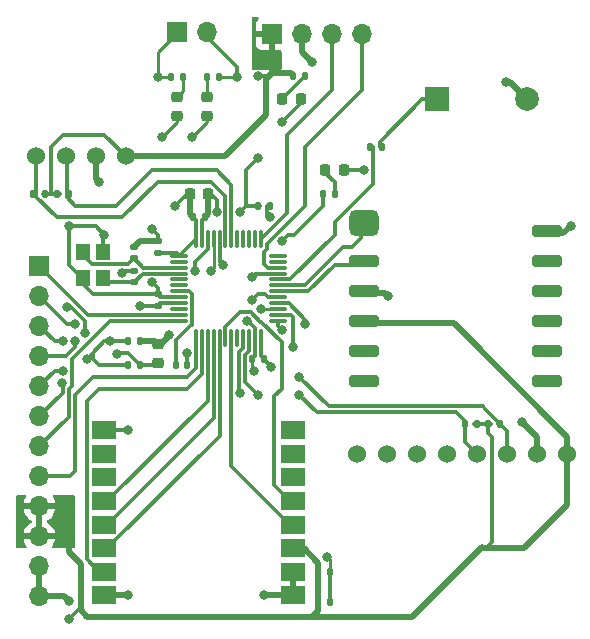
<source format=gbr>
%TF.GenerationSoftware,KiCad,Pcbnew,(6.0.6)*%
%TF.CreationDate,2023-12-09T00:08:52+03:00*%
%TF.ProjectId,MainAvionic-Kicad,4d61696e-4176-4696-9f6e-69632d4b6963,rev?*%
%TF.SameCoordinates,Original*%
%TF.FileFunction,Copper,L1,Top*%
%TF.FilePolarity,Positive*%
%FSLAX46Y46*%
G04 Gerber Fmt 4.6, Leading zero omitted, Abs format (unit mm)*
G04 Created by KiCad (PCBNEW (6.0.6)) date 2023-12-09 00:08:52*
%MOMM*%
%LPD*%
G01*
G04 APERTURE LIST*
G04 Aperture macros list*
%AMRoundRect*
0 Rectangle with rounded corners*
0 $1 Rounding radius*
0 $2 $3 $4 $5 $6 $7 $8 $9 X,Y pos of 4 corners*
0 Add a 4 corners polygon primitive as box body*
4,1,4,$2,$3,$4,$5,$6,$7,$8,$9,$2,$3,0*
0 Add four circle primitives for the rounded corners*
1,1,$1+$1,$2,$3*
1,1,$1+$1,$4,$5*
1,1,$1+$1,$6,$7*
1,1,$1+$1,$8,$9*
0 Add four rect primitives between the rounded corners*
20,1,$1+$1,$2,$3,$4,$5,0*
20,1,$1+$1,$4,$5,$6,$7,0*
20,1,$1+$1,$6,$7,$8,$9,0*
20,1,$1+$1,$8,$9,$2,$3,0*%
G04 Aperture macros list end*
%TA.AperFunction,SMDPad,CuDef*%
%ADD10RoundRect,0.140000X-0.140000X-0.170000X0.140000X-0.170000X0.140000X0.170000X-0.140000X0.170000X0*%
%TD*%
%TA.AperFunction,SMDPad,CuDef*%
%ADD11RoundRect,0.218750X0.256250X-0.218750X0.256250X0.218750X-0.256250X0.218750X-0.256250X-0.218750X0*%
%TD*%
%TA.AperFunction,SMDPad,CuDef*%
%ADD12RoundRect,0.218750X0.218750X0.256250X-0.218750X0.256250X-0.218750X-0.256250X0.218750X-0.256250X0*%
%TD*%
%TA.AperFunction,ComponentPad*%
%ADD13C,1.524000*%
%TD*%
%TA.AperFunction,SMDPad,CuDef*%
%ADD14RoundRect,0.140000X0.140000X0.170000X-0.140000X0.170000X-0.140000X-0.170000X0.140000X-0.170000X0*%
%TD*%
%TA.AperFunction,SMDPad,CuDef*%
%ADD15RoundRect,0.075000X-0.662500X-0.075000X0.662500X-0.075000X0.662500X0.075000X-0.662500X0.075000X0*%
%TD*%
%TA.AperFunction,SMDPad,CuDef*%
%ADD16RoundRect,0.075000X-0.075000X-0.662500X0.075000X-0.662500X0.075000X0.662500X-0.075000X0.662500X0*%
%TD*%
%TA.AperFunction,SMDPad,CuDef*%
%ADD17R,2.000000X1.500000*%
%TD*%
%TA.AperFunction,ComponentPad*%
%ADD18R,1.700000X1.700000*%
%TD*%
%TA.AperFunction,ComponentPad*%
%ADD19O,1.700000X1.700000*%
%TD*%
%TA.AperFunction,SMDPad,CuDef*%
%ADD20RoundRect,0.135000X0.135000X0.185000X-0.135000X0.185000X-0.135000X-0.185000X0.135000X-0.185000X0*%
%TD*%
%TA.AperFunction,SMDPad,CuDef*%
%ADD21RoundRect,0.140000X0.170000X-0.140000X0.170000X0.140000X-0.170000X0.140000X-0.170000X-0.140000X0*%
%TD*%
%TA.AperFunction,SMDPad,CuDef*%
%ADD22RoundRect,0.562500X-0.687500X0.562500X-0.687500X-0.562500X0.687500X-0.562500X0.687500X0.562500X0*%
%TD*%
%TA.AperFunction,SMDPad,CuDef*%
%ADD23RoundRect,0.250000X-1.000000X0.250000X-1.000000X-0.250000X1.000000X-0.250000X1.000000X0.250000X0*%
%TD*%
%TA.AperFunction,ComponentPad*%
%ADD24R,2.000000X2.000000*%
%TD*%
%TA.AperFunction,ComponentPad*%
%ADD25C,2.000000*%
%TD*%
%TA.AperFunction,SMDPad,CuDef*%
%ADD26RoundRect,0.135000X-0.135000X-0.185000X0.135000X-0.185000X0.135000X0.185000X-0.135000X0.185000X0*%
%TD*%
%TA.AperFunction,SMDPad,CuDef*%
%ADD27RoundRect,0.218750X-0.256250X0.218750X-0.256250X-0.218750X0.256250X-0.218750X0.256250X0.218750X0*%
%TD*%
%TA.AperFunction,SMDPad,CuDef*%
%ADD28R,1.200000X1.400000*%
%TD*%
%TA.AperFunction,SMDPad,CuDef*%
%ADD29RoundRect,0.225000X-0.225000X-0.250000X0.225000X-0.250000X0.225000X0.250000X-0.225000X0.250000X0*%
%TD*%
%TA.AperFunction,ViaPad*%
%ADD30C,0.800000*%
%TD*%
%TA.AperFunction,Conductor*%
%ADD31C,0.300000*%
%TD*%
%TA.AperFunction,Conductor*%
%ADD32C,0.500000*%
%TD*%
%TA.AperFunction,Conductor*%
%ADD33C,0.250000*%
%TD*%
G04 APERTURE END LIST*
D10*
%TO.P,C12,1*%
%TO.N,+3.3V*%
X102120000Y-110490000D03*
%TO.P,C12,2*%
%TO.N,GND*%
X103080000Y-110490000D03*
%TD*%
D11*
%TO.P,D6,1,K*%
%TO.N,GND*%
X92710000Y-71907500D03*
%TO.P,D6,2,A*%
%TO.N,Net-(D6-Pad2)*%
X92710000Y-70332500D03*
%TD*%
D12*
%TO.P,D3,1,K*%
%TO.N,GND*%
X104287500Y-76500000D03*
%TO.P,D3,2,A*%
%TO.N,Net-(D3-Pad2)*%
X102712500Y-76500000D03*
%TD*%
D13*
%TO.P,U5,1,VCC*%
%TO.N,+3.3V*%
X85810000Y-75310000D03*
%TO.P,U5,2,GND*%
%TO.N,GND*%
X83270000Y-75310000D03*
%TO.P,U5,3,SCL*%
%TO.N,I2C1-SCL*%
X80730000Y-75310000D03*
%TO.P,U5,4,SDA*%
%TO.N,I2C1-SDA*%
X78190000Y-75310000D03*
%TD*%
D14*
%TO.P,C9,1*%
%TO.N,+3.3V*%
X86980000Y-93000000D03*
%TO.P,C9,2*%
%TO.N,GND*%
X86020000Y-93000000D03*
%TD*%
D15*
%TO.P,U1,1,VDD*%
%TO.N,+3.3V*%
X90337500Y-83750000D03*
%TO.P,U1,2,PC13*%
%TO.N,unconnected-(U1-Pad2)*%
X90337500Y-84250000D03*
%TO.P,U1,3,PC14*%
%TO.N,OSC32_IN*%
X90337500Y-84750000D03*
%TO.P,U1,4,PC15*%
%TO.N,OSC32_OUT*%
X90337500Y-85250000D03*
%TO.P,U1,5,PF0*%
%TO.N,unconnected-(U1-Pad5)*%
X90337500Y-85750000D03*
%TO.P,U1,6,PF1*%
%TO.N,unconnected-(U1-Pad6)*%
X90337500Y-86250000D03*
%TO.P,U1,7,NRST*%
%TO.N,Net-(C11-Pad1)*%
X90337500Y-86750000D03*
%TO.P,U1,8,VSSA*%
%TO.N,GND*%
X90337500Y-87250000D03*
%TO.P,U1,9,VDDA*%
%TO.N,+3.3VA*%
X90337500Y-87750000D03*
%TO.P,U1,10,PA0*%
%TO.N,unconnected-(U1-Pad10)*%
X90337500Y-88250000D03*
%TO.P,U1,11,PA1*%
%TO.N,Optional-ADC*%
X90337500Y-88750000D03*
%TO.P,U1,12,PA2*%
%TO.N,USART2-TX*%
X90337500Y-89250000D03*
D16*
%TO.P,U1,13,PA3*%
%TO.N,USART2-RX*%
X91750000Y-90662500D03*
%TO.P,U1,14,PA4*%
%TO.N,Lora-NSS*%
X92250000Y-90662500D03*
%TO.P,U1,15,PA5*%
%TO.N,SPI1-SCK*%
X92750000Y-90662500D03*
%TO.P,U1,16,PA6*%
%TO.N,SPI1-MISO*%
X93250000Y-90662500D03*
%TO.P,U1,17,PA7*%
%TO.N,SPI1-MOSI*%
X93750000Y-90662500D03*
%TO.P,U1,18,PB0*%
%TO.N,Lora-DIO0*%
X94250000Y-90662500D03*
%TO.P,U1,19,PB1*%
%TO.N,Lora-RESET*%
X94750000Y-90662500D03*
%TO.P,U1,20,PB2*%
%TO.N,unconnected-(U1-Pad20)*%
X95250000Y-90662500D03*
%TO.P,U1,21,PB10*%
%TO.N,I2C2-SCL*%
X95750000Y-90662500D03*
%TO.P,U1,22,PB11*%
%TO.N,I2C2-SDA*%
X96250000Y-90662500D03*
%TO.P,U1,23,VSS*%
%TO.N,GND*%
X96750000Y-90662500D03*
%TO.P,U1,24,VDD*%
%TO.N,+3.3V*%
X97250000Y-90662500D03*
D15*
%TO.P,U1,25,PB12*%
%TO.N,FIRSTSEP-CON*%
X98662500Y-89250000D03*
%TO.P,U1,26,PB13*%
%TO.N,SECSEP-CON*%
X98662500Y-88750000D03*
%TO.P,U1,27,PB14*%
%TO.N,Optional-LED*%
X98662500Y-88250000D03*
%TO.P,U1,28,PB15*%
%TO.N,Optional-OUT2*%
X98662500Y-87750000D03*
%TO.P,U1,29,PA8*%
%TO.N,Optional-PWM*%
X98662500Y-87250000D03*
%TO.P,U1,30,PA9*%
%TO.N,USART1-TX*%
X98662500Y-86750000D03*
%TO.P,U1,31,PA10*%
%TO.N,USART1-RX*%
X98662500Y-86250000D03*
%TO.P,U1,32,PA11*%
%TO.N,BUZ*%
X98662500Y-85750000D03*
%TO.P,U1,33,PA12*%
%TO.N,Optional-EXTI*%
X98662500Y-85250000D03*
%TO.P,U1,34,PA13*%
%TO.N,SWDIO*%
X98662500Y-84750000D03*
%TO.P,U1,35,PF6*%
%TO.N,unconnected-(U1-Pad35)*%
X98662500Y-84250000D03*
%TO.P,U1,36,PF7*%
%TO.N,unconnected-(U1-Pad36)*%
X98662500Y-83750000D03*
D16*
%TO.P,U1,37,PA14*%
%TO.N,SWCLK*%
X97250000Y-82337500D03*
%TO.P,U1,38,PA15*%
%TO.N,unconnected-(U1-Pad38)*%
X96750000Y-82337500D03*
%TO.P,U1,39,PB3*%
%TO.N,unconnected-(U1-Pad39)*%
X96250000Y-82337500D03*
%TO.P,U1,40,PB4*%
%TO.N,unconnected-(U1-Pad40)*%
X95750000Y-82337500D03*
%TO.P,U1,41,PB5*%
%TO.N,unconnected-(U1-Pad41)*%
X95250000Y-82337500D03*
%TO.P,U1,42,PB6*%
%TO.N,I2C1-SCL*%
X94750000Y-82337500D03*
%TO.P,U1,43,PB7*%
%TO.N,I2C1-SDA*%
X94250000Y-82337500D03*
%TO.P,U1,44,BOOT0*%
%TO.N,Net-(R4-Pad2)*%
X93750000Y-82337500D03*
%TO.P,U1,45,PB8*%
%TO.N,Optional-IN*%
X93250000Y-82337500D03*
%TO.P,U1,46,PB9*%
%TO.N,Optional-OUT1*%
X92750000Y-82337500D03*
%TO.P,U1,47,VSS*%
%TO.N,GND*%
X92250000Y-82337500D03*
%TO.P,U1,48,VDD*%
%TO.N,+3.3V*%
X91750000Y-82337500D03*
%TD*%
D17*
%TO.P,U2,1,GND*%
%TO.N,GND*%
X100000000Y-112500000D03*
%TO.P,U2,2,GND*%
X100000000Y-110500000D03*
%TO.P,U2,3,VDD*%
%TO.N,+3.3V*%
X100000000Y-108500000D03*
%TO.P,U2,4,~{RESET}*%
%TO.N,Lora-RESET*%
X100000000Y-106500000D03*
%TO.P,U2,5,DIO0*%
%TO.N,Lora-DIO0*%
X100000000Y-104500000D03*
%TO.P,U2,6,DIO1*%
%TO.N,unconnected-(U2-Pad6)*%
X100000000Y-102500000D03*
%TO.P,U2,7,DIO2*%
%TO.N,unconnected-(U2-Pad7)*%
X100000000Y-100500000D03*
%TO.P,U2,8,DIO3*%
%TO.N,unconnected-(U2-Pad8)*%
X100000000Y-98500000D03*
%TO.P,U2,9,GND*%
%TO.N,GND*%
X84000000Y-98500000D03*
%TO.P,U2,10,DIO4*%
%TO.N,unconnected-(U2-Pad10)*%
X84000000Y-100500000D03*
%TO.P,U2,11,DIO5*%
%TO.N,unconnected-(U2-Pad11)*%
X84000000Y-102500000D03*
%TO.P,U2,12,SCK*%
%TO.N,SPI1-SCK*%
X84000000Y-104500000D03*
%TO.P,U2,13,MISO*%
%TO.N,SPI1-MISO*%
X84000000Y-106500000D03*
%TO.P,U2,14,MOSI*%
%TO.N,SPI1-MOSI*%
X84000000Y-108500000D03*
%TO.P,U2,15,~{NSS}*%
%TO.N,Lora-NSS*%
X84000000Y-110500000D03*
%TO.P,U2,16,GND*%
%TO.N,GND*%
X84000000Y-112500000D03*
%TD*%
D18*
%TO.P,J1,1,Pin_1*%
%TO.N,+3.3V*%
X98200000Y-64975000D03*
D19*
%TO.P,J1,2,Pin_2*%
%TO.N,GND*%
X100740000Y-64975000D03*
%TO.P,J1,3,Pin_3*%
%TO.N,SWCLK*%
X103280000Y-64975000D03*
%TO.P,J1,4,Pin_4*%
%TO.N,SWDIO*%
X105820000Y-64975000D03*
%TD*%
D20*
%TO.P,R5,1*%
%TO.N,Net-(D5-Pad2)*%
X90680000Y-68580000D03*
%TO.P,R5,2*%
%TO.N,FIRSTSEP-CON*%
X89660000Y-68580000D03*
%TD*%
D21*
%TO.P,C2,1*%
%TO.N,OSC32_IN*%
X86500000Y-83960000D03*
%TO.P,C2,2*%
%TO.N,GND*%
X86500000Y-83000000D03*
%TD*%
%TO.P,C7,1*%
%TO.N,+3.3V*%
X88500000Y-83480000D03*
%TO.P,C7,2*%
%TO.N,GND*%
X88500000Y-82520000D03*
%TD*%
D14*
%TO.P,C6,1*%
%TO.N,+3.3VA*%
X86980000Y-91000000D03*
%TO.P,C6,2*%
%TO.N,GND*%
X86020000Y-91000000D03*
%TD*%
D22*
%TO.P,U3,1,RX1*%
%TO.N,USART1-RX*%
X106000000Y-81000000D03*
D23*
%TO.P,U3,2,TX1*%
%TO.N,USART1-TX*%
X106000000Y-84215000D03*
%TO.P,U3,3,GND*%
%TO.N,GND*%
X106000000Y-86755000D03*
%TO.P,U3,4,VCC*%
%TO.N,+3.3V*%
X106000000Y-89295000D03*
%TO.P,U3,5,V_BCKP*%
%TO.N,unconnected-(U3-Pad5)*%
X106000000Y-91835000D03*
%TO.P,U3,6,1PPS*%
%TO.N,unconnected-(U3-Pad6)*%
X106000000Y-94375000D03*
%TO.P,U3,7,FORCE_ON*%
%TO.N,unconnected-(U3-Pad7)*%
X121500000Y-94375000D03*
%TO.P,U3,8,AADET_N*%
%TO.N,unconnected-(U3-Pad8)*%
X121500000Y-91835000D03*
%TO.P,U3,9,NC*%
%TO.N,unconnected-(U3-Pad9)*%
X121500000Y-89295000D03*
%TO.P,U3,10,RESET*%
%TO.N,unconnected-(U3-Pad10)*%
X121500000Y-86755000D03*
%TO.P,U3,11,EX_ANT*%
%TO.N,unconnected-(U3-Pad11)*%
X121500000Y-84215000D03*
%TO.P,U3,12,GND*%
%TO.N,GND*%
X121500000Y-81675000D03*
%TD*%
D20*
%TO.P,R7,1*%
%TO.N,I2C1-SCL*%
X81010000Y-78500000D03*
%TO.P,R7,2*%
%TO.N,+3.3V*%
X79990000Y-78500000D03*
%TD*%
D10*
%TO.P,C4,1*%
%TO.N,+3.3V*%
X102120000Y-113030000D03*
%TO.P,C4,2*%
%TO.N,GND*%
X103080000Y-113030000D03*
%TD*%
D24*
%TO.P,BZ1,1,-*%
%TO.N,Net-(BZ1-Pad1)*%
X112200000Y-70500000D03*
D25*
%TO.P,BZ1,2,+*%
%TO.N,GND*%
X119800000Y-70500000D03*
%TD*%
D18*
%TO.P,J4,1,Pin_1*%
%TO.N,FIRSTSEP-CON*%
X90170000Y-64770000D03*
D19*
%TO.P,J4,2,Pin_2*%
%TO.N,SECSEP-CON*%
X92710000Y-64770000D03*
%TD*%
D26*
%TO.P,R2,1*%
%TO.N,+3.3V*%
X99990000Y-68500000D03*
%TO.P,R2,2*%
%TO.N,Net-(D2-Pad2)*%
X101010000Y-68500000D03*
%TD*%
D10*
%TO.P,C8,1*%
%TO.N,+3.3V*%
X91540000Y-80500000D03*
%TO.P,C8,2*%
%TO.N,GND*%
X92500000Y-80500000D03*
%TD*%
D11*
%TO.P,D5,1,K*%
%TO.N,GND*%
X90170000Y-71907500D03*
%TO.P,D5,2,A*%
%TO.N,Net-(D5-Pad2)*%
X90170000Y-70332500D03*
%TD*%
D12*
%TO.P,D2,1,K*%
%TO.N,GND*%
X100635000Y-70500000D03*
%TO.P,D2,2,A*%
%TO.N,Net-(D2-Pad2)*%
X99060000Y-70500000D03*
%TD*%
D20*
%TO.P,R10,1*%
%TO.N,Net-(D3-Pad2)*%
X103520000Y-78500000D03*
%TO.P,R10,2*%
%TO.N,Optional-LED*%
X102500000Y-78500000D03*
%TD*%
D26*
%TO.P,R9,1*%
%TO.N,I2C2-SDA*%
X114490000Y-98000000D03*
%TO.P,R9,2*%
%TO.N,+3.3V*%
X115510000Y-98000000D03*
%TD*%
%TO.P,R4,1*%
%TO.N,GND*%
X96990000Y-79500000D03*
%TO.P,R4,2*%
%TO.N,Net-(R4-Pad2)*%
X98010000Y-79500000D03*
%TD*%
D27*
%TO.P,FB1,1*%
%TO.N,+3.3VA*%
X88500000Y-91212500D03*
%TO.P,FB1,2*%
%TO.N,+3.3V*%
X88500000Y-92787500D03*
%TD*%
D20*
%TO.P,R8,1*%
%TO.N,I2C2-SCL*%
X117510000Y-98000000D03*
%TO.P,R8,2*%
%TO.N,+3.3V*%
X116490000Y-98000000D03*
%TD*%
D21*
%TO.P,C5,1*%
%TO.N,OSC32_OUT*%
X86500000Y-85980000D03*
%TO.P,C5,2*%
%TO.N,GND*%
X86500000Y-85020000D03*
%TD*%
D18*
%TO.P,J2,1,Pin_1*%
%TO.N,Optional-ADC*%
X78500000Y-84640000D03*
D19*
%TO.P,J2,2,Pin_2*%
%TO.N,Optional-EXTI*%
X78500000Y-87180000D03*
%TO.P,J2,3,Pin_3*%
%TO.N,Optional-IN*%
X78500000Y-89720000D03*
%TO.P,J2,4,Pin_4*%
%TO.N,Optional-OUT1*%
X78500000Y-92260000D03*
%TO.P,J2,5,Pin_5*%
%TO.N,Optional-PWM*%
X78500000Y-94800000D03*
%TO.P,J2,6,Pin_6*%
%TO.N,Optional-OUT2*%
X78500000Y-97340000D03*
%TO.P,J2,7,Pin_7*%
%TO.N,USART2-TX*%
X78500000Y-99880000D03*
%TO.P,J2,8,Pin_8*%
%TO.N,USART2-RX*%
X78500000Y-102420000D03*
%TO.P,J2,9,Pin_9*%
%TO.N,+3.3V*%
X78500000Y-104960000D03*
%TO.P,J2,10,Pin_10*%
X78500000Y-107500000D03*
%TO.P,J2,11,Pin_11*%
%TO.N,GND*%
X78500000Y-110040000D03*
%TO.P,J2,12,Pin_12*%
X78500000Y-112580000D03*
%TD*%
D28*
%TO.P,Y1,1,1*%
%TO.N,OSC32_IN*%
X82150000Y-83400000D03*
%TO.P,Y1,2,2*%
%TO.N,GND*%
X82150000Y-85600000D03*
%TO.P,Y1,3,3*%
%TO.N,OSC32_OUT*%
X83850000Y-85600000D03*
%TO.P,Y1,4,4*%
%TO.N,GND*%
X83850000Y-83400000D03*
%TD*%
D10*
%TO.P,C11,1*%
%TO.N,Net-(C11-Pad1)*%
X90020000Y-93000000D03*
%TO.P,C11,2*%
%TO.N,GND*%
X90980000Y-93000000D03*
%TD*%
D29*
%TO.P,C1,1*%
%TO.N,+3.3V*%
X91225000Y-78500000D03*
%TO.P,C1,2*%
%TO.N,GND*%
X92775000Y-78500000D03*
%TD*%
D26*
%TO.P,R3,1*%
%TO.N,I2C1-SDA*%
X77990000Y-78500000D03*
%TO.P,R3,2*%
%TO.N,+3.3V*%
X79010000Y-78500000D03*
%TD*%
D13*
%TO.P,U4,1,VCC*%
%TO.N,+3.3V*%
X123190000Y-100560000D03*
%TO.P,U4,2,GND*%
%TO.N,GND*%
X120650000Y-100560000D03*
%TO.P,U4,3,SCL*%
%TO.N,I2C2-SCL*%
X118110000Y-100560000D03*
%TO.P,U4,4,SDA*%
%TO.N,I2C2-SDA*%
X115570000Y-100560000D03*
%TO.P,U4,5,ADX*%
%TO.N,unconnected-(U4-Pad5)*%
X113030000Y-100560000D03*
%TO.P,U4,6,XCL*%
%TO.N,unconnected-(U4-Pad6)*%
X110490000Y-100560000D03*
%TO.P,U4,7,INT*%
%TO.N,unconnected-(U4-Pad7)*%
X107950000Y-100560000D03*
%TO.P,U4,8*%
%TO.N,N/C*%
X105410000Y-100560000D03*
%TD*%
D26*
%TO.P,R11,1*%
%TO.N,BUZ*%
X106490000Y-74500000D03*
%TO.P,R11,2*%
%TO.N,Net-(BZ1-Pad1)*%
X107510000Y-74500000D03*
%TD*%
%TO.P,R6,1*%
%TO.N,Net-(D6-Pad2)*%
X92710000Y-68580000D03*
%TO.P,R6,2*%
%TO.N,SECSEP-CON*%
X93730000Y-68580000D03*
%TD*%
D14*
%TO.P,C10,1*%
%TO.N,+3.3V*%
X97480000Y-92500000D03*
%TO.P,C10,2*%
%TO.N,GND*%
X96520000Y-92500000D03*
%TD*%
D21*
%TO.P,C3,1*%
%TO.N,+3.3VA*%
X88500000Y-87980000D03*
%TO.P,C3,2*%
%TO.N,GND*%
X88500000Y-87020000D03*
%TD*%
D30*
%TO.N,+3.3VA*%
X89429260Y-90444763D03*
X87000000Y-88000000D03*
%TO.N,Optional-EXTI*%
X96500000Y-85500000D03*
X81500000Y-89500000D03*
%TO.N,Optional-IN*%
X93000000Y-85000000D03*
X80500000Y-91000000D03*
%TO.N,Optional-OUT1*%
X81500000Y-91000000D03*
X91661432Y-85042868D03*
%TO.N,Optional-PWM*%
X96500000Y-87500000D03*
X80500000Y-93500000D03*
%TO.N,Optional-OUT2*%
X101000000Y-89500000D03*
X80443538Y-94497904D03*
%TO.N,FIRSTSEP-CON*%
X99000000Y-90000000D03*
X88500000Y-68580000D03*
%TO.N,SECSEP-CON*%
X95250000Y-68580000D03*
X100000000Y-91500000D03*
%TO.N,Net-(R4-Pad2)*%
X98000000Y-80500000D03*
X94000000Y-84500000D03*
%TO.N,I2C2-SCL*%
X100500000Y-94000000D03*
X95499500Y-95390000D03*
%TO.N,I2C2-SDA*%
X97000000Y-95500000D03*
X100500000Y-95500000D03*
%TO.N,Optional-LED*%
X99029977Y-82529977D03*
X97250000Y-88250000D03*
%TO.N,GND*%
X95500000Y-80000000D03*
X96639500Y-93500000D03*
X90970023Y-91970023D03*
X93500000Y-80000000D03*
X102870000Y-109220000D03*
X97000000Y-75500000D03*
X80839715Y-88039669D03*
X97500000Y-112500000D03*
X108000000Y-87190000D03*
X118000000Y-69000000D03*
X101600000Y-67310000D03*
X81000000Y-81249500D03*
X85500000Y-85199500D03*
X82323576Y-90323576D03*
X91440000Y-73660000D03*
X99060000Y-72390000D03*
X96085187Y-89249000D03*
X88000000Y-86000000D03*
X86000000Y-112500000D03*
X84000000Y-82000000D03*
X81000000Y-113000000D03*
X119380000Y-97790000D03*
X88000000Y-81500000D03*
X88900000Y-73660000D03*
X84500000Y-91000000D03*
X86000000Y-98500000D03*
X123500000Y-81190000D03*
X82500000Y-92500000D03*
X83500000Y-77500000D03*
X105950500Y-76500000D03*
%TO.N,+3.3V*%
X85029977Y-92029977D03*
X90000000Y-79500000D03*
X97000000Y-68500000D03*
X81000000Y-106000000D03*
X98121174Y-93121174D03*
X81000000Y-114500000D03*
%TD*%
D31*
%TO.N,Net-(BZ1-Pad1)*%
X110900000Y-70500000D02*
X107300000Y-74100000D01*
X107300000Y-74100000D02*
X107300000Y-74500000D01*
X112200000Y-70500000D02*
X110900000Y-70500000D01*
%TO.N,OSC32_IN*%
X82950000Y-84450000D02*
X86010000Y-84450000D01*
X86500000Y-83960000D02*
X87290000Y-84750000D01*
X87290000Y-84750000D02*
X90337500Y-84750000D01*
X82150000Y-83400000D02*
X82150000Y-83650000D01*
X86010000Y-84450000D02*
X86500000Y-83960000D01*
X82150000Y-83650000D02*
X82950000Y-84450000D01*
D32*
%TO.N,+3.3VA*%
X88500000Y-91212500D02*
X88787500Y-91212500D01*
X88787500Y-91212500D02*
X89500000Y-90500000D01*
D31*
X88730000Y-87750000D02*
X90337500Y-87750000D01*
X87000000Y-88000000D02*
X88480000Y-88000000D01*
D32*
X89444763Y-90444763D02*
X89429260Y-90444763D01*
D31*
X88500000Y-87980000D02*
X88730000Y-87750000D01*
X88480000Y-88000000D02*
X88500000Y-87980000D01*
D32*
X89500000Y-90500000D02*
X89444763Y-90444763D01*
X88287500Y-91000000D02*
X88500000Y-91212500D01*
X86980000Y-91000000D02*
X88287500Y-91000000D01*
D31*
%TO.N,Net-(C11-Pad1)*%
X91425000Y-89575000D02*
X91425000Y-89075000D01*
X91351042Y-89575000D02*
X91425000Y-89575000D01*
X91425000Y-86998959D02*
X91176041Y-86750000D01*
X90020000Y-93000000D02*
X90020000Y-90906042D01*
X91176041Y-86750000D02*
X90337500Y-86750000D01*
X91425000Y-89075000D02*
X91425000Y-86998959D01*
X90020000Y-90906042D02*
X91351042Y-89575000D01*
X91425000Y-89501041D02*
X91425000Y-89075000D01*
%TO.N,Net-(D2-Pad2)*%
X101010000Y-68500000D02*
X101010000Y-68550000D01*
X101010000Y-68550000D02*
X99060000Y-70500000D01*
%TO.N,Net-(D3-Pad2)*%
X103520000Y-77520000D02*
X102712500Y-76712500D01*
X103520000Y-77520000D02*
X103520000Y-78500000D01*
X102712500Y-76500000D02*
X102700000Y-76512500D01*
X102712500Y-76712500D02*
X102712500Y-76500000D01*
D33*
%TO.N,Net-(D5-Pad2)*%
X90680000Y-68580000D02*
X90680000Y-69822500D01*
X90680000Y-69822500D02*
X90170000Y-70332500D01*
%TO.N,Net-(D6-Pad2)*%
X92710000Y-68580000D02*
X92710000Y-70332500D01*
D31*
%TO.N,SWDIO*%
X97823959Y-84750000D02*
X97500000Y-84426041D01*
X105820000Y-69680000D02*
X105820000Y-64975000D01*
X101000000Y-74500000D02*
X105820000Y-69680000D01*
X98662500Y-84750000D02*
X97823959Y-84750000D01*
X97750000Y-82750000D02*
X101000000Y-79500000D01*
X101000000Y-79500000D02*
X101000000Y-74500000D01*
X97500000Y-83425000D02*
X97501041Y-83425000D01*
X97750000Y-83176041D02*
X97750000Y-82750000D01*
X97501041Y-83425000D02*
X97750000Y-83176041D01*
X97500000Y-84426041D02*
X97500000Y-83425000D01*
%TO.N,SWCLK*%
X103280000Y-69720000D02*
X99500000Y-73500000D01*
X99500000Y-73500000D02*
X99500000Y-80087500D01*
X99500000Y-80087500D02*
X97250000Y-82337500D01*
X103280000Y-64975000D02*
X103280000Y-69720000D01*
%TO.N,Optional-ADC*%
X82610000Y-88750000D02*
X90337500Y-88750000D01*
X78500000Y-84640000D02*
X82610000Y-88750000D01*
%TO.N,Optional-EXTI*%
X96750000Y-85250000D02*
X98662500Y-85250000D01*
X78500000Y-87180000D02*
X80820000Y-89500000D01*
X80820000Y-89500000D02*
X81500000Y-89500000D01*
X96500000Y-85500000D02*
X96750000Y-85250000D01*
D33*
%TO.N,Optional-IN*%
X93250000Y-84750000D02*
X93000000Y-85000000D01*
D31*
X78500000Y-89720000D02*
X79780000Y-91000000D01*
X79780000Y-91000000D02*
X80500000Y-91000000D01*
D33*
X93250000Y-82337500D02*
X93250000Y-84750000D01*
D31*
%TO.N,Optional-OUT1*%
X78500000Y-92260000D02*
X80740000Y-92260000D01*
X92750000Y-83189339D02*
X92750000Y-82337500D01*
X80740000Y-92260000D02*
X81500000Y-91500000D01*
X81500000Y-91500000D02*
X81500000Y-91000000D01*
X91661432Y-84277907D02*
X92750000Y-83189339D01*
X91661432Y-85042868D02*
X91661432Y-84277907D01*
%TO.N,Optional-PWM*%
X78500000Y-94800000D02*
X79800000Y-93500000D01*
X97573959Y-87000000D02*
X97823959Y-87250000D01*
X79800000Y-93500000D02*
X80500000Y-93500000D01*
X97000000Y-87000000D02*
X97573959Y-87000000D01*
X96500000Y-87500000D02*
X97000000Y-87000000D01*
X97823959Y-87250000D02*
X98662500Y-87250000D01*
%TO.N,Optional-OUT2*%
X80500000Y-94500000D02*
X80445634Y-94500000D01*
X101000000Y-89500000D02*
X101000000Y-89150000D01*
X80500000Y-95340000D02*
X80500000Y-94500000D01*
X101000000Y-89150000D02*
X99600000Y-87750000D01*
X80445634Y-94500000D02*
X80443538Y-94497904D01*
X78500000Y-97340000D02*
X80500000Y-95340000D01*
X99600000Y-87750000D02*
X98662500Y-87750000D01*
%TO.N,USART2-TX*%
X81000000Y-97380000D02*
X81000000Y-95002103D01*
X78500000Y-99880000D02*
X81000000Y-97380000D01*
X81250000Y-92457106D02*
X84457106Y-89250000D01*
X84457106Y-89250000D02*
X90337500Y-89250000D01*
X81000000Y-95002103D02*
X81250000Y-94752103D01*
X81250000Y-94752103D02*
X81250000Y-92457106D01*
%TO.N,USART2-RX*%
X83000000Y-94000000D02*
X91000000Y-94000000D01*
X81500000Y-102000000D02*
X81500000Y-95500000D01*
X91750000Y-93250000D02*
X91750000Y-90662500D01*
X81080000Y-102420000D02*
X81500000Y-102000000D01*
X91000000Y-94000000D02*
X91750000Y-93250000D01*
X81500000Y-95500000D02*
X83000000Y-94000000D01*
X78500000Y-102420000D02*
X81080000Y-102420000D01*
D33*
%TO.N,FIRSTSEP-CON*%
X90000000Y-65025000D02*
X88500000Y-66525000D01*
D31*
X98662500Y-89662500D02*
X99000000Y-90000000D01*
X98662500Y-89250000D02*
X98662500Y-89662500D01*
D33*
X88500000Y-68580000D02*
X89660000Y-68580000D01*
X88500000Y-66525000D02*
X88500000Y-68580000D01*
D31*
%TO.N,SECSEP-CON*%
X99810661Y-88750000D02*
X100000000Y-88939339D01*
X95250000Y-68580000D02*
X95250000Y-67735000D01*
X100000000Y-88939339D02*
X100000000Y-91500000D01*
D33*
X95250000Y-68580000D02*
X93730000Y-68580000D01*
D31*
X98662500Y-88750000D02*
X99810661Y-88750000D01*
X95250000Y-67735000D02*
X92540000Y-65025000D01*
%TO.N,I2C1-SDA*%
X88500000Y-77500000D02*
X85500000Y-80500000D01*
X78190000Y-78490000D02*
X78200000Y-78500000D01*
X78190000Y-75310000D02*
X78190000Y-78310000D01*
X94250000Y-82337500D02*
X94250000Y-78686827D01*
X79948959Y-80500000D02*
X78190000Y-78741041D01*
X78190000Y-78741041D02*
X78190000Y-78310000D01*
X93063173Y-77500000D02*
X88500000Y-77500000D01*
X85500000Y-80500000D02*
X79948959Y-80500000D01*
X78190000Y-78310000D02*
X78190000Y-78490000D01*
X94250000Y-78686827D02*
X93063173Y-77500000D01*
%TO.N,Net-(R4-Pad2)*%
X98000000Y-80500000D02*
X97800000Y-80300000D01*
X93750000Y-84250000D02*
X94000000Y-84500000D01*
X97800000Y-80300000D02*
X97800000Y-79500000D01*
X93750000Y-82337500D02*
X93750000Y-84250000D01*
%TO.N,I2C1-SCL*%
X80800000Y-75380000D02*
X80730000Y-75310000D01*
X94750000Y-77750000D02*
X93500000Y-76500000D01*
X85000000Y-79500000D02*
X81548959Y-79500000D01*
X88000000Y-76500000D02*
X85000000Y-79500000D01*
X81548959Y-79500000D02*
X80800000Y-78751041D01*
X93500000Y-76500000D02*
X88000000Y-76500000D01*
X94750000Y-82337500D02*
X94750000Y-77750000D01*
X80800000Y-78751041D02*
X80800000Y-75380000D01*
%TO.N,I2C2-SCL*%
X95390000Y-91919929D02*
X95390000Y-95390000D01*
X95390000Y-95390000D02*
X95499500Y-95499500D01*
X118110000Y-98600000D02*
X118110000Y-100560000D01*
X117310000Y-98010000D02*
X117300000Y-98000000D01*
X103000000Y-96500000D02*
X116051041Y-96500000D01*
D33*
X116051041Y-96535356D02*
X117310000Y-97794315D01*
D31*
X95750000Y-90662500D02*
X95750000Y-91559929D01*
X95499500Y-95499500D02*
X95499500Y-95390000D01*
X100500000Y-94000000D02*
X103000000Y-96500000D01*
X95750000Y-91559929D02*
X95390000Y-91919929D01*
X117510000Y-98000000D02*
X118110000Y-98600000D01*
D33*
X116051041Y-96500000D02*
X116051041Y-96535356D01*
D31*
%TO.N,I2C2-SDA*%
X114490000Y-98000000D02*
X114490000Y-99480000D01*
X114490000Y-99480000D02*
X115570000Y-100560000D01*
X114490000Y-97740000D02*
X113750000Y-97000000D01*
X100500000Y-95500000D02*
X102000000Y-97000000D01*
X114490000Y-98000000D02*
X114490000Y-97740000D01*
X95890000Y-92127035D02*
X95890000Y-94390000D01*
X95890000Y-94390000D02*
X97000000Y-95500000D01*
X96250000Y-91767035D02*
X95890000Y-92127035D01*
X96250000Y-90662500D02*
X96250000Y-91767035D01*
X102000000Y-97000000D02*
X113750000Y-97000000D01*
D33*
%TO.N,Optional-LED*%
X97250000Y-88250000D02*
X98662500Y-88250000D01*
D31*
X99559954Y-82000000D02*
X100051041Y-82000000D01*
X102500000Y-79551041D02*
X100051041Y-82000000D01*
X102500000Y-78500000D02*
X102500000Y-79551041D01*
X99029977Y-82529977D02*
X99559954Y-82000000D01*
%TO.N,OSC32_OUT*%
X86500000Y-85980000D02*
X86542965Y-85980000D01*
X86542965Y-85980000D02*
X87272965Y-85250000D01*
X84230000Y-85980000D02*
X86500000Y-85980000D01*
X83850000Y-85600000D02*
X84230000Y-85980000D01*
X87272965Y-85250000D02*
X90337500Y-85250000D01*
%TO.N,Lora-NSS*%
X92250000Y-93750000D02*
X92250000Y-90662500D01*
X83550000Y-110500000D02*
X82500000Y-109450000D01*
X82500000Y-96000000D02*
X83500000Y-95000000D01*
X91000000Y-95000000D02*
X92250000Y-93750000D01*
X84000000Y-110500000D02*
X83550000Y-110500000D01*
X82500000Y-109450000D02*
X82500000Y-96000000D01*
X83500000Y-95000000D02*
X91000000Y-95000000D01*
%TO.N,SPI1-SCK*%
X92750000Y-96000000D02*
X92750000Y-90662500D01*
X84250000Y-104500000D02*
X92750000Y-96000000D01*
X84000000Y-104500000D02*
X84250000Y-104500000D01*
%TO.N,SPI1-MISO*%
X84000000Y-106500000D02*
X84250000Y-106500000D01*
X84250000Y-106500000D02*
X93250000Y-97500000D01*
X93250000Y-97500000D02*
X93250000Y-90662500D01*
%TO.N,SPI1-MOSI*%
X93750000Y-99000000D02*
X93750000Y-90662500D01*
X84250000Y-108500000D02*
X93750000Y-99000000D01*
X84000000Y-108500000D02*
X84250000Y-108500000D01*
%TO.N,Lora-DIO0*%
X97250000Y-89310661D02*
X99000000Y-91060661D01*
X95501000Y-88499000D02*
X96395848Y-88499000D01*
X94250000Y-90662500D02*
X94250000Y-89750000D01*
X99000000Y-91060661D02*
X99000000Y-95000000D01*
X99750000Y-104500000D02*
X100000000Y-104500000D01*
X94250000Y-89750000D02*
X95501000Y-88499000D01*
X98375000Y-103125000D02*
X99750000Y-104500000D01*
X96395848Y-88499000D02*
X97207509Y-89310661D01*
X98375000Y-95625000D02*
X98375000Y-103125000D01*
X97207509Y-89310661D02*
X97250000Y-89310661D01*
X99000000Y-95000000D02*
X98375000Y-95625000D01*
%TO.N,Lora-RESET*%
X94750000Y-101500000D02*
X94750000Y-90662500D01*
X100000000Y-106500000D02*
X99750000Y-106500000D01*
X99750000Y-106500000D02*
X94750000Y-101500000D01*
%TO.N,USART1-TX*%
X103500000Y-84500000D02*
X105715000Y-84500000D01*
X101250000Y-86750000D02*
X98662500Y-86750000D01*
X105715000Y-84500000D02*
X106000000Y-84215000D01*
X101250000Y-86750000D02*
X103500000Y-84500000D01*
%TO.N,USART1-RX*%
X100975000Y-86250000D02*
X98662500Y-86250000D01*
X105000000Y-83000000D02*
X105750000Y-82250000D01*
X100975000Y-86250000D02*
X104225000Y-83000000D01*
X105750000Y-82250000D02*
X105750000Y-81165000D01*
X104225000Y-83000000D02*
X105000000Y-83000000D01*
D32*
%TO.N,GND*%
X100740000Y-66450000D02*
X101600000Y-67310000D01*
X119800000Y-70500000D02*
X118300000Y-69000000D01*
D33*
X96520000Y-93480000D02*
X96500000Y-93500000D01*
D31*
X96175041Y-89249000D02*
X96750000Y-89823959D01*
X82323576Y-89262915D02*
X81060661Y-88000000D01*
D33*
X92710000Y-71907500D02*
X92710000Y-72390000D01*
D31*
X88500000Y-87020000D02*
X88500000Y-86500000D01*
X96000000Y-79500000D02*
X96000000Y-76500000D01*
X103080000Y-113030000D02*
X103080000Y-110490000D01*
X83850000Y-82150000D02*
X84000000Y-82000000D01*
D33*
X96520000Y-92500000D02*
X96520000Y-93480000D01*
D31*
X82150000Y-86150000D02*
X82150000Y-85600000D01*
X82323576Y-90323576D02*
X82323576Y-89262915D01*
X83500000Y-93000000D02*
X86020000Y-93000000D01*
D32*
X83270000Y-77270000D02*
X83500000Y-77500000D01*
X92775000Y-78500000D02*
X92775000Y-80225000D01*
D31*
X83000000Y-92000000D02*
X83000000Y-92500000D01*
D33*
X90170000Y-71907500D02*
X90170000Y-72390000D01*
D31*
X92250000Y-80750000D02*
X92500000Y-80500000D01*
D32*
X122850000Y-81840000D02*
X123500000Y-81190000D01*
D31*
X96085187Y-89249000D02*
X96175041Y-89249000D01*
X100635000Y-70500000D02*
X100635000Y-70815000D01*
X95500000Y-80000000D02*
X96000000Y-79500000D01*
D32*
X100000000Y-112500000D02*
X100000000Y-110500000D01*
X105750000Y-86920000D02*
X107730000Y-86920000D01*
X78500000Y-110040000D02*
X78500000Y-112580000D01*
D33*
X96500000Y-93500000D02*
X96639500Y-93500000D01*
D31*
X83000000Y-92000000D02*
X82500000Y-92500000D01*
X91000000Y-92000000D02*
X90970023Y-91970023D01*
X96750000Y-89823959D02*
X96750000Y-90662500D01*
X90980000Y-92020000D02*
X91000000Y-92000000D01*
X84000000Y-91000000D02*
X83000000Y-92000000D01*
X81060661Y-88000000D02*
X80879384Y-88000000D01*
X88500000Y-86500000D02*
X88000000Y-86000000D01*
D33*
X103080000Y-110490000D02*
X103080000Y-109430000D01*
D31*
X92250000Y-82337500D02*
X92250000Y-80750000D01*
X85500000Y-85000000D02*
X85500000Y-85199500D01*
X85520000Y-85020000D02*
X85500000Y-85000000D01*
D32*
X107730000Y-86920000D02*
X108000000Y-87190000D01*
X86980000Y-82520000D02*
X86500000Y-83000000D01*
D31*
X96000000Y-79500000D02*
X97200000Y-79500000D01*
X90980000Y-93000000D02*
X90980000Y-92020000D01*
X81000000Y-84500000D02*
X82100000Y-85600000D01*
X92775000Y-78500000D02*
X93000000Y-78500000D01*
D32*
X100000000Y-112500000D02*
X97500000Y-112500000D01*
D31*
X86020000Y-91000000D02*
X84500000Y-91000000D01*
D32*
X78500000Y-112580000D02*
X80580000Y-112580000D01*
D31*
X84000000Y-98500000D02*
X86000000Y-98500000D01*
X93000000Y-78500000D02*
X93500000Y-79000000D01*
D32*
X118300000Y-69000000D02*
X118000000Y-69000000D01*
X92775000Y-80225000D02*
X92500000Y-80500000D01*
D31*
X96000000Y-76500000D02*
X97000000Y-75500000D01*
D32*
X120650000Y-100560000D02*
X120650000Y-99060000D01*
D33*
X103080000Y-109430000D02*
X102870000Y-109220000D01*
D31*
X88500000Y-82520000D02*
X88500000Y-82000000D01*
D32*
X88500000Y-82520000D02*
X86980000Y-82520000D01*
X83270000Y-75310000D02*
X83270000Y-77270000D01*
D31*
X105950500Y-76500000D02*
X104287500Y-76500000D01*
X96750000Y-92270000D02*
X96750000Y-90662500D01*
X83020000Y-87020000D02*
X88500000Y-87020000D01*
X83249500Y-81249500D02*
X81000000Y-81249500D01*
X96520000Y-92500000D02*
X96750000Y-92270000D01*
D32*
X84000000Y-112500000D02*
X86000000Y-112500000D01*
D31*
X83020000Y-87020000D02*
X82150000Y-86150000D01*
X83000000Y-92500000D02*
X83500000Y-93000000D01*
X88500000Y-87020000D02*
X88730000Y-87250000D01*
D33*
X92710000Y-72390000D02*
X91440000Y-73660000D01*
D31*
X88730000Y-87250000D02*
X90337500Y-87250000D01*
X83850000Y-83400000D02*
X83850000Y-82150000D01*
X84500000Y-91000000D02*
X84000000Y-91000000D01*
X86500000Y-85020000D02*
X85520000Y-85020000D01*
X84000000Y-82000000D02*
X83249500Y-81249500D01*
D32*
X80580000Y-112580000D02*
X81000000Y-113000000D01*
X100740000Y-64975000D02*
X100740000Y-66450000D01*
D31*
X81000000Y-81249500D02*
X81000000Y-84500000D01*
X100635000Y-70815000D02*
X99060000Y-72390000D01*
D33*
X90170000Y-72390000D02*
X88900000Y-73660000D01*
D31*
X93500000Y-79000000D02*
X93500000Y-80000000D01*
X88500000Y-82000000D02*
X88000000Y-81500000D01*
X80879384Y-88000000D02*
X80839715Y-88039669D01*
D32*
X121250000Y-81840000D02*
X122850000Y-81840000D01*
X120650000Y-99060000D02*
X119380000Y-97790000D01*
%TO.N,+3.3V*%
X82550000Y-114300000D02*
X101600000Y-114300000D01*
X102120000Y-113780000D02*
X101600000Y-114300000D01*
D31*
X85810000Y-75310000D02*
X84000000Y-73500000D01*
X91225000Y-78500000D02*
X91000000Y-78500000D01*
D32*
X97712500Y-71787500D02*
X97712500Y-68787500D01*
D31*
X91750000Y-80710000D02*
X91540000Y-80500000D01*
X91000000Y-78500000D02*
X90000000Y-79500000D01*
X86022965Y-92000000D02*
X85000000Y-92000000D01*
D32*
X119500000Y-108500000D02*
X123190000Y-104810000D01*
X98200000Y-68300000D02*
X99790000Y-68300000D01*
X82000000Y-113750000D02*
X82550000Y-114300000D01*
X113590000Y-89460000D02*
X123190000Y-99060000D01*
D31*
X91750000Y-82337500D02*
X91750000Y-80710000D01*
D32*
X99790000Y-68300000D02*
X99990000Y-68500000D01*
D31*
X116840000Y-107950000D02*
X116290000Y-108500000D01*
D32*
X105750000Y-89460000D02*
X113590000Y-89460000D01*
D31*
X97500000Y-92500000D02*
X98121174Y-93121174D01*
X90107500Y-83520000D02*
X90337500Y-83750000D01*
D32*
X82000000Y-113500000D02*
X82000000Y-109798528D01*
D31*
X116000000Y-98000000D02*
X116700000Y-98000000D01*
D32*
X97712500Y-68787500D02*
X98200000Y-68300000D01*
D31*
X84000000Y-73500000D02*
X80500000Y-73500000D01*
D32*
X123190000Y-104810000D02*
X123190000Y-100560000D01*
X85810000Y-75310000D02*
X94190000Y-75310000D01*
X91225000Y-78500000D02*
X91225000Y-80185000D01*
D31*
X79500000Y-74500000D02*
X79500000Y-78500000D01*
D32*
X102120000Y-113030000D02*
X102120000Y-110490000D01*
D31*
X86980000Y-92957035D02*
X86022965Y-92000000D01*
D32*
X79960000Y-104960000D02*
X81000000Y-106000000D01*
X91225000Y-80185000D02*
X91540000Y-80500000D01*
D31*
X80500000Y-73500000D02*
X79500000Y-74500000D01*
X98000000Y-68500000D02*
X98200000Y-68300000D01*
D32*
X98200000Y-68300000D02*
X98200000Y-64975000D01*
X102120000Y-109740000D02*
X100880000Y-108500000D01*
D31*
X79500000Y-78500000D02*
X78800000Y-78500000D01*
D32*
X110080000Y-114300000D02*
X116000000Y-108380000D01*
D31*
X97480000Y-92500000D02*
X97250000Y-92270000D01*
X116490000Y-98710000D02*
X116840000Y-99060000D01*
X116840000Y-99060000D02*
X116840000Y-107950000D01*
X85000000Y-92000000D02*
X85029977Y-92029977D01*
D32*
X78500000Y-104960000D02*
X79960000Y-104960000D01*
X81000000Y-108798528D02*
X81000000Y-106000000D01*
D31*
X86980000Y-93000000D02*
X86980000Y-92957035D01*
X90337500Y-83750000D02*
X91750000Y-82337500D01*
D32*
X119500000Y-108500000D02*
X116290000Y-108500000D01*
X101600000Y-114300000D02*
X110080000Y-114300000D01*
D31*
X97480000Y-92500000D02*
X97500000Y-92500000D01*
D32*
X116290000Y-108500000D02*
X116000000Y-108500000D01*
D31*
X88500000Y-83520000D02*
X90107500Y-83520000D01*
D32*
X82000000Y-113500000D02*
X82000000Y-113750000D01*
D31*
X79500000Y-78500000D02*
X80200000Y-78500000D01*
D32*
X102120000Y-110490000D02*
X102120000Y-109740000D01*
X94190000Y-75310000D02*
X97712500Y-71787500D01*
D31*
X116490000Y-98000000D02*
X116490000Y-98710000D01*
D32*
X100880000Y-108500000D02*
X100000000Y-108500000D01*
D31*
X88287500Y-93000000D02*
X88500000Y-92787500D01*
X97000000Y-68500000D02*
X98000000Y-68500000D01*
D32*
X82000000Y-109798528D02*
X81000000Y-108798528D01*
X123190000Y-99060000D02*
X123190000Y-100560000D01*
D31*
X86980000Y-93000000D02*
X88287500Y-93000000D01*
X97250000Y-92270000D02*
X97250000Y-90662500D01*
X116000000Y-98000000D02*
X115300000Y-98000000D01*
X82000000Y-113500000D02*
X81000000Y-114500000D01*
D32*
X102120000Y-113030000D02*
X102120000Y-113780000D01*
X78500000Y-104960000D02*
X78500000Y-107500000D01*
D31*
%TO.N,BUZ*%
X103500000Y-80874530D02*
X106700000Y-77674530D01*
X99750000Y-85750000D02*
X103500000Y-82000000D01*
X106700000Y-77674530D02*
X106700000Y-77300000D01*
X106700000Y-77300000D02*
X106700000Y-74500000D01*
X98662500Y-85750000D02*
X99750000Y-85750000D01*
X103500000Y-82000000D02*
X103500000Y-80874530D01*
%TD*%
%TA.AperFunction,Conductor*%
%TO.N,+3.3V*%
G36*
X97026713Y-63520002D02*
G01*
X97073206Y-63573658D01*
X97083310Y-63643932D01*
X97053816Y-63708512D01*
X97034157Y-63726826D01*
X96994276Y-63756715D01*
X96981715Y-63769276D01*
X96905214Y-63871351D01*
X96896676Y-63886946D01*
X96851522Y-64007394D01*
X96847895Y-64022649D01*
X96842369Y-64073514D01*
X96842000Y-64080328D01*
X96842000Y-64702885D01*
X96846475Y-64718124D01*
X96847865Y-64719329D01*
X96855548Y-64721000D01*
X98328000Y-64721000D01*
X98396121Y-64741002D01*
X98442614Y-64794658D01*
X98454000Y-64847000D01*
X98454000Y-66314884D01*
X98458475Y-66330123D01*
X98459865Y-66331328D01*
X98467548Y-66332999D01*
X98874000Y-66332999D01*
X98942121Y-66353001D01*
X98988614Y-66406657D01*
X99000000Y-66458999D01*
X99000000Y-67874000D01*
X98979998Y-67942121D01*
X98926342Y-67988614D01*
X98874000Y-68000000D01*
X96626000Y-68000000D01*
X96557879Y-67979998D01*
X96511386Y-67926342D01*
X96500000Y-67874000D01*
X96500000Y-65869669D01*
X96842001Y-65869669D01*
X96842371Y-65876490D01*
X96847895Y-65927352D01*
X96851521Y-65942604D01*
X96896676Y-66063054D01*
X96905214Y-66078649D01*
X96981715Y-66180724D01*
X96994276Y-66193285D01*
X97096351Y-66269786D01*
X97111946Y-66278324D01*
X97232394Y-66323478D01*
X97247649Y-66327105D01*
X97298514Y-66332631D01*
X97305328Y-66333000D01*
X97927885Y-66333000D01*
X97943124Y-66328525D01*
X97944329Y-66327135D01*
X97946000Y-66319452D01*
X97946000Y-65247115D01*
X97941525Y-65231876D01*
X97940135Y-65230671D01*
X97932452Y-65229000D01*
X96860116Y-65229000D01*
X96844877Y-65233475D01*
X96843672Y-65234865D01*
X96842001Y-65242548D01*
X96842001Y-65869669D01*
X96500000Y-65869669D01*
X96500000Y-63626000D01*
X96520002Y-63557879D01*
X96573658Y-63511386D01*
X96626000Y-63500000D01*
X96958592Y-63500000D01*
X97026713Y-63520002D01*
G37*
%TD.AperFunction*%
%TD*%
%TA.AperFunction,Conductor*%
%TO.N,+3.3V*%
G36*
X77340554Y-104020002D02*
G01*
X77387047Y-104073658D01*
X77397151Y-104143932D01*
X77376521Y-104197004D01*
X77318098Y-104282649D01*
X77313000Y-104291623D01*
X77223338Y-104484783D01*
X77219775Y-104494470D01*
X77164389Y-104694183D01*
X77165912Y-104702607D01*
X77178292Y-104706000D01*
X79818344Y-104706000D01*
X79831875Y-104702027D01*
X79833180Y-104692947D01*
X79791214Y-104525875D01*
X79787894Y-104516124D01*
X79702972Y-104320814D01*
X79698105Y-104311739D01*
X79622222Y-104194440D01*
X79602015Y-104126379D01*
X79621811Y-104058199D01*
X79675327Y-104011545D01*
X79728014Y-104000000D01*
X81374000Y-104000000D01*
X81442121Y-104020002D01*
X81488614Y-104073658D01*
X81500000Y-104126000D01*
X81500000Y-108374000D01*
X81479998Y-108442121D01*
X81426342Y-108488614D01*
X81374000Y-108500000D01*
X79699453Y-108500000D01*
X79631332Y-108479998D01*
X79584839Y-108426342D01*
X79574735Y-108356068D01*
X79597131Y-108300474D01*
X79665003Y-108206020D01*
X79670313Y-108197183D01*
X79764670Y-108006267D01*
X79768469Y-107996672D01*
X79830377Y-107792910D01*
X79832555Y-107782837D01*
X79833986Y-107771962D01*
X79831775Y-107757778D01*
X79818617Y-107754000D01*
X77183225Y-107754000D01*
X77169694Y-107757973D01*
X77168257Y-107767966D01*
X77198565Y-107902446D01*
X77201645Y-107912275D01*
X77281770Y-108109603D01*
X77286413Y-108118794D01*
X77400392Y-108304791D01*
X77399236Y-108305499D01*
X77421197Y-108366353D01*
X77405366Y-108435562D01*
X77354631Y-108485226D01*
X77295429Y-108500000D01*
X76626000Y-108500000D01*
X76557879Y-108479998D01*
X76511386Y-108426342D01*
X76500000Y-108374000D01*
X76500000Y-107234183D01*
X77164389Y-107234183D01*
X77165912Y-107242607D01*
X77178292Y-107246000D01*
X78227885Y-107246000D01*
X78243124Y-107241525D01*
X78244329Y-107240135D01*
X78246000Y-107232452D01*
X78246000Y-107227885D01*
X78754000Y-107227885D01*
X78758475Y-107243124D01*
X78759865Y-107244329D01*
X78767548Y-107246000D01*
X79818344Y-107246000D01*
X79831875Y-107242027D01*
X79833180Y-107232947D01*
X79791214Y-107065875D01*
X79787894Y-107056124D01*
X79702972Y-106860814D01*
X79698105Y-106851739D01*
X79582426Y-106672926D01*
X79576136Y-106664757D01*
X79432806Y-106507240D01*
X79425273Y-106500215D01*
X79258139Y-106368222D01*
X79249552Y-106362517D01*
X79212116Y-106341851D01*
X79162146Y-106291419D01*
X79147374Y-106221976D01*
X79172490Y-106155571D01*
X79199842Y-106128964D01*
X79375327Y-106003792D01*
X79383200Y-105997139D01*
X79534052Y-105846812D01*
X79540730Y-105838965D01*
X79665003Y-105666020D01*
X79670313Y-105657183D01*
X79764670Y-105466267D01*
X79768469Y-105456672D01*
X79830377Y-105252910D01*
X79832555Y-105242837D01*
X79833986Y-105231962D01*
X79831775Y-105217778D01*
X79818617Y-105214000D01*
X78772115Y-105214000D01*
X78756876Y-105218475D01*
X78755671Y-105219865D01*
X78754000Y-105227548D01*
X78754000Y-107227885D01*
X78246000Y-107227885D01*
X78246000Y-105232115D01*
X78241525Y-105216876D01*
X78240135Y-105215671D01*
X78232452Y-105214000D01*
X77183225Y-105214000D01*
X77169694Y-105217973D01*
X77168257Y-105227966D01*
X77198565Y-105362446D01*
X77201645Y-105372275D01*
X77281770Y-105569603D01*
X77286413Y-105578794D01*
X77397694Y-105760388D01*
X77403777Y-105768699D01*
X77543213Y-105929667D01*
X77550580Y-105936883D01*
X77714434Y-106072916D01*
X77722881Y-106078831D01*
X77792479Y-106119501D01*
X77841203Y-106171140D01*
X77854274Y-106240923D01*
X77827543Y-106306694D01*
X77787087Y-106340053D01*
X77778462Y-106344542D01*
X77769738Y-106350036D01*
X77599433Y-106477905D01*
X77591726Y-106484748D01*
X77444590Y-106638717D01*
X77438104Y-106646727D01*
X77318098Y-106822649D01*
X77313000Y-106831623D01*
X77223338Y-107024783D01*
X77219775Y-107034470D01*
X77164389Y-107234183D01*
X76500000Y-107234183D01*
X76500000Y-104126000D01*
X76520002Y-104057879D01*
X76573658Y-104011386D01*
X76626000Y-104000000D01*
X77272433Y-104000000D01*
X77340554Y-104020002D01*
G37*
%TD.AperFunction*%
%TD*%
M02*

</source>
